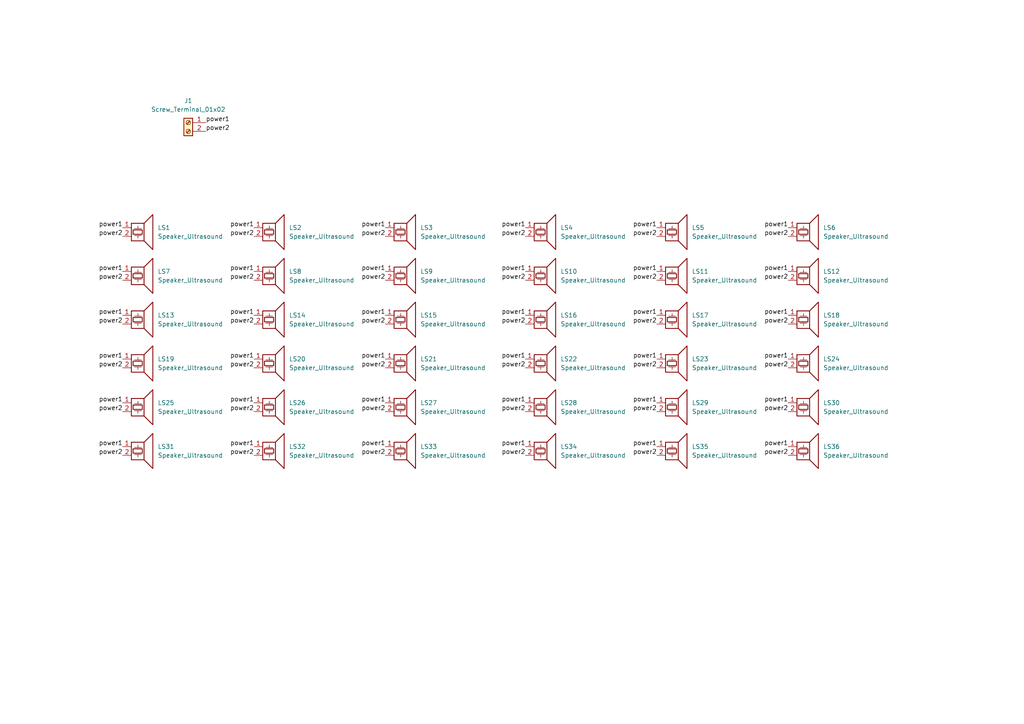
<source format=kicad_sch>
(kicad_sch (version 20230121) (generator eeschema)
  (paper "A4")
  (lib_symbols
    (symbol "Connector:Screw_Terminal_01x02" (pin_names (offset 1.016) hide)
      (property "Reference" "J" (at 0 2.54 0))
      (property "Value" "Screw_Terminal_01x02" (at 0 -5.08 0))
      (symbol "Screw_Terminal_01x02_1_1"
        (rectangle (start -1.27 1.27) (end 1.27 -3.81) (stroke (width 0.254)) (fill (type background)))
        (circle (center 0 -2.54) (radius 0.635) (stroke (width 0.1524)))
        (polyline (pts (xy -0.5334 -2.2098) (xy 0.3302 -3.048)) (stroke (width 0.1524)))
        (polyline (pts (xy -0.5334 0.3302) (xy 0.3302 -0.508)) (stroke (width 0.1524)))
        (polyline (pts (xy -0.3556 -2.032) (xy 0.508 -2.8702)) (stroke (width 0.1524)))
        (polyline (pts (xy -0.3556 0.508) (xy 0.508 -0.3302)) (stroke (width 0.1524)))
        (circle (center 0 0) (radius 0.635) (stroke (width 0.1524)))
        (pin passive line (at -5.08 0 0) (length 3.81) (name "Pin_1") (number "1"))
        (pin passive line (at -5.08 -2.54 0) (length 3.81) (name "Pin_2") (number "2"))
      )
    )
    (symbol "Device:Speaker_Ultrasound" (pin_names (offset 0) hide)
      (property "Reference" "LS" (at 0.635 5.715 0))
      (property "Value" "Speaker_Ultrasound" (at 0.635 3.81 0))
      (symbol "Speaker_Ultrasound_0_0"
        (rectangle (start -2.54 1.27) (end 1.143 -3.81) (stroke (width 0.254)))
        (rectangle (start -2.032 -0.635) (end 0.635 -1.905) (stroke (width 0.254)))
        (polyline (pts (xy -1.651 -2.286) (xy 0.381 -2.286)))
        (polyline (pts (xy -1.651 -0.254) (xy 0.381 -0.254)))
        (polyline (pts (xy -0.635 -2.286) (xy -0.635 -3.048)))
        (polyline (pts (xy -0.635 -0.254) (xy -0.635 0.508)))
        (polyline (pts (xy 1.143 1.27) (xy 3.683 3.81) (xy 3.683 -6.35) (xy 1.143 -3.81)) (stroke (width 0.254)))
      )
      (symbol "Speaker_Ultrasound_1_1"
        (pin input line (at -5.08 0 0) (length 2.54) (name "1") (number "1"))
        (pin input line (at -5.08 -2.54 0) (length 2.54) (name "2") (number "2"))
      )
    )
  )
  (label "power1" (at 190.5 91.44 180))
  (label "power2" (at 152.4 81.28 180))
  (label "power1" (at 111.76 66.04 180))
  (label "power2" (at 35.56 81.28 180))
  (label "power1" (at 111.76 104.14 180))
  (label "power1" (at 152.4 104.14 180))
  (label "power1" (at 35.56 91.44 180))
  (label "power2" (at 228.6 68.58 180))
  (label "power2" (at 152.4 68.58 180))
  (label "power2" (at 228.6 132.08 180))
  (label "power1" (at 73.66 78.74 180))
  (label "power1" (at 35.56 116.84 180))
  (label "power1" (at 152.4 91.44 180))
  (label "power1" (at 190.5 78.74 180))
  (label "power1" (at 228.6 104.14 180))
  (label "power2" (at 111.76 68.58 180))
  (label "power2" (at 35.56 119.38 180))
  (label "power1" (at 73.66 66.04 180))
  (label "power2" (at 190.5 132.08 180))
  (label "power1" (at 73.66 129.54 180))
  (label "power1" (at 111.76 116.84 180))
  (label "power1" (at 152.4 129.54 180))
  (label "power1" (at 228.6 129.54 180))
  (label "power2" (at 228.6 93.98 180))
  (label "power2" (at 190.5 68.58 180))
  (label "power2" (at 59.69 38.1 0))
  (label "power2" (at 73.66 119.38 180))
  (label "power1" (at 190.5 104.14 180))
  (label "power2" (at 73.66 106.68 180))
  (label "power2" (at 73.66 93.98 180))
  (label "power2" (at 35.56 106.68 180))
  (label "power1" (at 190.5 129.54 180))
  (label "power2" (at 73.66 132.08 180))
  (label "power1" (at 35.56 78.74 180))
  (label "power2" (at 190.5 119.38 180))
  (label "power1" (at 228.6 91.44 180))
  (label "power1" (at 73.66 116.84 180))
  (label "power1" (at 111.76 78.74 180))
  (label "power1" (at 228.6 116.84 180))
  (label "power2" (at 35.56 68.58 180))
  (label "power1" (at 111.76 129.54 180))
  (label "power1" (at 190.5 116.84 180))
  (label "power2" (at 73.66 81.28 180))
  (label "power1" (at 35.56 66.04 180))
  (label "power1" (at 152.4 66.04 180))
  (label "power2" (at 228.6 119.38 180))
  (label "power2" (at 111.76 93.98 180))
  (label "power2" (at 152.4 119.38 180))
  (label "power2" (at 35.56 132.08 180))
  (label "power2" (at 111.76 106.68 180))
  (label "power2" (at 152.4 132.08 180))
  (label "power2" (at 111.76 81.28 180))
  (label "power1" (at 35.56 129.54 180))
  (label "power1" (at 228.6 78.74 180))
  (label "power2" (at 35.56 93.98 180))
  (label "power1" (at 73.66 104.14 180))
  (label "power1" (at 59.69 35.56 0))
  (label "power2" (at 73.66 68.58 180))
  (label "power2" (at 111.76 119.38 180))
  (label "power2" (at 152.4 106.68 180))
  (label "power1" (at 190.5 66.04 180))
  (label "power2" (at 228.6 81.28 180))
  (label "power1" (at 35.56 104.14 180))
  (label "power1" (at 152.4 116.84 180))
  (label "power2" (at 111.76 132.08 180))
  (label "power1" (at 73.66 91.44 180))
  (label "power1" (at 152.4 78.74 180))
  (label "power1" (at 111.76 91.44 180))
  (label "power2" (at 190.5 93.98 180))
  (label "power2" (at 190.5 81.28 180))
  (label "power1" (at 228.6 66.04 180))
  (label "power2" (at 152.4 93.98 180))
  (label "power2" (at 228.6 106.68 180))
  (label "power2" (at 190.5 106.68 180))
  (symbol (lib_id "Device:Speaker_Ultrasound") (at 233.68 78.74 0) (unit 1)
    (property "Reference" "LS12" (at 238.76 78.7399 0) (effects (justify left)))
    (property "Value" "Speaker_Ultrasound" (at 238.76 81.2799 0) (effects (justify left)))
    (property "Footprint" "librarie:ultrasonic_D16mm_P10mm" (effects hide))
  )
  (symbol (lib_id "Device:Speaker_Ultrasound") (at 78.74 66.04 0) (unit 1)
    (property "Reference" "LS2" (at 83.82 66.0399 0) (effects (justify left)))
    (property "Value" "Speaker_Ultrasound" (at 83.82 68.5799 0) (effects (justify left)))
    (property "Footprint" "librarie:ultrasonic_D16mm_P10mm" (effects hide))
  )
  (symbol (lib_id "Device:Speaker_Ultrasound") (at 157.48 66.04 0) (unit 1)
    (property "Reference" "LS4" (at 162.56 66.0399 0) (effects (justify left)))
    (property "Value" "Speaker_Ultrasound" (at 162.56 68.5799 0) (effects (justify left)))
    (property "Footprint" "librarie:ultrasonic_D16mm_P10mm" (effects hide))
  )
  (symbol (lib_id "Device:Speaker_Ultrasound") (at 195.58 104.14 0) (unit 1)
    (property "Reference" "LS23" (at 200.66 104.1399 0) (effects (justify left)))
    (property "Value" "Speaker_Ultrasound" (at 200.66 106.6799 0) (effects (justify left)))
    (property "Footprint" "librarie:ultrasonic_D16mm_P10mm" (effects hide))
  )
  (symbol (lib_id "Device:Speaker_Ultrasound") (at 78.74 129.54 0) (unit 1)
    (property "Reference" "LS32" (at 83.82 129.5399 0) (effects (justify left)))
    (property "Value" "Speaker_Ultrasound" (at 83.82 132.0799 0) (effects (justify left)))
    (property "Footprint" "librarie:ultrasonic_D16mm_P10mm" (effects hide))
  )
  (symbol (lib_id "Device:Speaker_Ultrasound") (at 116.84 78.74 0) (unit 1)
    (property "Reference" "LS9" (at 121.92 78.7399 0) (effects (justify left)))
    (property "Value" "Speaker_Ultrasound" (at 121.92 81.2799 0) (effects (justify left)))
    (property "Footprint" "librarie:ultrasonic_D16mm_P10mm" (effects hide))
  )
  (symbol (lib_id "Device:Speaker_Ultrasound") (at 157.48 116.84 0) (unit 1)
    (property "Reference" "LS28" (at 162.56 116.8399 0) (effects (justify left)))
    (property "Value" "Speaker_Ultrasound" (at 162.56 119.3799 0) (effects (justify left)))
    (property "Footprint" "librarie:ultrasonic_D16mm_P10mm" (effects hide))
  )
  (symbol (lib_id "Device:Speaker_Ultrasound") (at 40.64 129.54 0) (unit 1)
    (property "Reference" "LS31" (at 45.72 129.5399 0) (effects (justify left)))
    (property "Value" "Speaker_Ultrasound" (at 45.72 132.0799 0) (effects (justify left)))
    (property "Footprint" "librarie:ultrasonic_D16mm_P10mm" (effects hide))
  )
  (symbol (lib_id "Device:Speaker_Ultrasound") (at 116.84 129.54 0) (unit 1)
    (property "Reference" "LS33" (at 121.92 129.5399 0) (effects (justify left)))
    (property "Value" "Speaker_Ultrasound" (at 121.92 132.0799 0) (effects (justify left)))
    (property "Footprint" "librarie:ultrasonic_D16mm_P10mm" (effects hide))
  )
  (symbol (lib_id "Device:Speaker_Ultrasound") (at 116.84 104.14 0) (unit 1)
    (property "Reference" "LS21" (at 121.92 104.1399 0) (effects (justify left)))
    (property "Value" "Speaker_Ultrasound" (at 121.92 106.6799 0) (effects (justify left)))
    (property "Footprint" "librarie:ultrasonic_D16mm_P10mm" (effects hide))
  )
  (symbol (lib_id "Device:Speaker_Ultrasound") (at 157.48 78.74 0) (unit 1)
    (property "Reference" "LS10" (at 162.56 78.7399 0) (effects (justify left)))
    (property "Value" "Speaker_Ultrasound" (at 162.56 81.2799 0) (effects (justify left)))
    (property "Footprint" "librarie:ultrasonic_D16mm_P10mm" (effects hide))
  )
  (symbol (lib_id "Device:Speaker_Ultrasound") (at 40.64 104.14 0) (unit 1)
    (property "Reference" "LS19" (at 45.72 104.1399 0) (effects (justify left)))
    (property "Value" "Speaker_Ultrasound" (at 45.72 106.6799 0) (effects (justify left)))
    (property "Footprint" "librarie:ultrasonic_D16mm_P10mm" (effects hide))
  )
  (symbol (lib_id "Device:Speaker_Ultrasound") (at 40.64 78.74 0) (unit 1)
    (property "Reference" "LS7" (at 45.72 78.7399 0) (effects (justify left)))
    (property "Value" "Speaker_Ultrasound" (at 45.72 81.2799 0) (effects (justify left)))
    (property "Footprint" "librarie:ultrasonic_D16mm_P10mm" (effects hide))
  )
  (symbol (lib_id "Device:Speaker_Ultrasound") (at 195.58 116.84 0) (unit 1)
    (property "Reference" "LS29" (at 200.66 116.8399 0) (effects (justify left)))
    (property "Value" "Speaker_Ultrasound" (at 200.66 119.3799 0) (effects (justify left)))
    (property "Footprint" "librarie:ultrasonic_D16mm_P10mm" (effects hide))
  )
  (symbol (lib_id "Device:Speaker_Ultrasound") (at 40.64 91.44 0) (unit 1)
    (property "Reference" "LS13" (at 45.72 91.4399 0) (effects (justify left)))
    (property "Value" "Speaker_Ultrasound" (at 45.72 93.9799 0) (effects (justify left)))
    (property "Footprint" "librarie:ultrasonic_D16mm_P10mm" (effects hide))
  )
  (symbol (lib_id "Device:Speaker_Ultrasound") (at 195.58 91.44 0) (unit 1)
    (property "Reference" "LS17" (at 200.66 91.4399 0) (effects (justify left)))
    (property "Value" "Speaker_Ultrasound" (at 200.66 93.9799 0) (effects (justify left)))
    (property "Footprint" "librarie:ultrasonic_D16mm_P10mm" (effects hide))
  )
  (symbol (lib_id "Device:Speaker_Ultrasound") (at 78.74 116.84 0) (unit 1)
    (property "Reference" "LS26" (at 83.82 116.8399 0) (effects (justify left)))
    (property "Value" "Speaker_Ultrasound" (at 83.82 119.3799 0) (effects (justify left)))
    (property "Footprint" "librarie:ultrasonic_D16mm_P10mm" (effects hide))
  )
  (symbol (lib_id "Device:Speaker_Ultrasound") (at 157.48 104.14 0) (unit 1)
    (property "Reference" "LS22" (at 162.56 104.1399 0) (effects (justify left)))
    (property "Value" "Speaker_Ultrasound" (at 162.56 106.6799 0) (effects (justify left)))
    (property "Footprint" "librarie:ultrasonic_D16mm_P10mm" (effects hide))
  )
  (symbol (lib_id "Device:Speaker_Ultrasound") (at 40.64 66.04 0) (unit 1)
    (property "Reference" "LS1" (at 45.72 66.0399 0) (effects (justify left)))
    (property "Value" "Speaker_Ultrasound" (at 45.72 68.5799 0) (effects (justify left)))
    (property "Footprint" "librarie:ultrasonic_D16mm_P10mm" (effects hide))
  )
  (symbol (lib_id "Device:Speaker_Ultrasound") (at 40.64 116.84 0) (unit 1)
    (property "Reference" "LS25" (at 45.72 116.8399 0) (effects (justify left)))
    (property "Value" "Speaker_Ultrasound" (at 45.72 119.3799 0) (effects (justify left)))
    (property "Footprint" "librarie:ultrasonic_D16mm_P10mm" (effects hide))
  )
  (symbol (lib_id "Device:Speaker_Ultrasound") (at 233.68 104.14 0) (unit 1)
    (property "Reference" "LS24" (at 238.76 104.1399 0) (effects (justify left)))
    (property "Value" "Speaker_Ultrasound" (at 238.76 106.6799 0) (effects (justify left)))
    (property "Footprint" "librarie:ultrasonic_D16mm_P10mm" (effects hide))
  )
  (symbol (lib_id "Device:Speaker_Ultrasound") (at 233.68 91.44 0) (unit 1)
    (property "Reference" "LS18" (at 238.76 91.4399 0) (effects (justify left)))
    (property "Value" "Speaker_Ultrasound" (at 238.76 93.9799 0) (effects (justify left)))
    (property "Footprint" "librarie:ultrasonic_D16mm_P10mm" (effects hide))
  )
  (symbol (lib_id "Device:Speaker_Ultrasound") (at 233.68 129.54 0) (unit 1)
    (property "Reference" "LS36" (at 238.76 129.5399 0) (effects (justify left)))
    (property "Value" "Speaker_Ultrasound" (at 238.76 132.0799 0) (effects (justify left)))
    (property "Footprint" "librarie:ultrasonic_D16mm_P10mm" (effects hide))
  )
  (symbol (lib_id "Device:Speaker_Ultrasound") (at 157.48 129.54 0) (unit 1)
    (property "Reference" "LS34" (at 162.56 129.5399 0) (effects (justify left)))
    (property "Value" "Speaker_Ultrasound" (at 162.56 132.0799 0) (effects (justify left)))
    (property "Footprint" "librarie:ultrasonic_D16mm_P10mm" (effects hide))
  )
  (symbol (lib_id "Device:Speaker_Ultrasound") (at 78.74 91.44 0) (unit 1)
    (property "Reference" "LS14" (at 83.82 91.4399 0) (effects (justify left)))
    (property "Value" "Speaker_Ultrasound" (at 83.82 93.9799 0) (effects (justify left)))
    (property "Footprint" "librarie:ultrasonic_D16mm_P10mm" (effects hide))
  )
  (symbol (lib_id "Device:Speaker_Ultrasound") (at 233.68 116.84 0) (unit 1)
    (property "Reference" "LS30" (at 238.76 116.8399 0) (effects (justify left)))
    (property "Value" "Speaker_Ultrasound" (at 238.76 119.3799 0) (effects (justify left)))
    (property "Footprint" "librarie:ultrasonic_D16mm_P10mm" (effects hide))
  )
  (symbol (lib_id "Device:Speaker_Ultrasound") (at 157.48 91.44 0) (unit 1)
    (property "Reference" "LS16" (at 162.56 91.4399 0) (effects (justify left)))
    (property "Value" "Speaker_Ultrasound" (at 162.56 93.9799 0) (effects (justify left)))
    (property "Footprint" "librarie:ultrasonic_D16mm_P10mm" (effects hide))
  )
  (symbol (lib_id "Device:Speaker_Ultrasound") (at 78.74 78.74 0) (unit 1)
    (property "Reference" "LS8" (at 83.82 78.7399 0) (effects (justify left)))
    (property "Value" "Speaker_Ultrasound" (at 83.82 81.2799 0) (effects (justify left)))
    (property "Footprint" "librarie:ultrasonic_D16mm_P10mm" (effects hide))
  )
  (symbol (lib_id "Device:Speaker_Ultrasound") (at 116.84 116.84 0) (unit 1)
    (property "Reference" "LS27" (at 121.92 116.8399 0) (effects (justify left)))
    (property "Value" "Speaker_Ultrasound" (at 121.92 119.3799 0) (effects (justify left)))
    (property "Footprint" "librarie:ultrasonic_D16mm_P10mm" (effects hide))
  )
  (symbol (lib_id "Connector:Screw_Terminal_01x02") (at 54.61 35.56 0) (mirror y) (unit 1)
    (property "Reference" "J1" (at 54.61 29.21 0))
    (property "Value" "Screw_Terminal_01x02" (at 54.61 31.75 0))
    (property "Footprint" "librarie:TerminalBlock_Phoenix_MKDS-1,5-2_1x02_P5.00mm_Horizontal" (effects hide))
  )
  (symbol (lib_id "Device:Speaker_Ultrasound") (at 195.58 66.04 0) (unit 1)
    (property "Reference" "LS5" (at 200.66 66.0399 0) (effects (justify left)))
    (property "Value" "Speaker_Ultrasound" (at 200.66 68.5799 0) (effects (justify left)))
    (property "Footprint" "librarie:ultrasonic_D16mm_P10mm" (effects hide))
  )
  (symbol (lib_id "Device:Speaker_Ultrasound") (at 195.58 129.54 0) (unit 1)
    (property "Reference" "LS35" (at 200.66 129.5399 0) (effects (justify left)))
    (property "Value" "Speaker_Ultrasound" (at 200.66 132.0799 0) (effects (justify left)))
    (property "Footprint" "librarie:ultrasonic_D16mm_P10mm" (effects hide))
  )
  (symbol (lib_id "Device:Speaker_Ultrasound") (at 116.84 91.44 0) (unit 1)
    (property "Reference" "LS15" (at 121.92 91.4399 0) (effects (justify left)))
    (property "Value" "Speaker_Ultrasound" (at 121.92 93.9799 0) (effects (justify left)))
    (property "Footprint" "librarie:ultrasonic_D16mm_P10mm" (effects hide))
  )
  (symbol (lib_id "Device:Speaker_Ultrasound") (at 195.58 78.74 0) (unit 1)
    (property "Reference" "LS11" (at 200.66 78.7399 0) (effects (justify left)))
    (property "Value" "Speaker_Ultrasound" (at 200.66 81.2799 0) (effects (justify left)))
    (property "Footprint" "librarie:ultrasonic_D16mm_P10mm" (effects hide))
  )
  (symbol (lib_id "Device:Speaker_Ultrasound") (at 116.84 66.04 0) (unit 1)
    (property "Reference" "LS3" (at 121.92 66.0399 0) (effects (justify left)))
    (property "Value" "Speaker_Ultrasound" (at 121.92 68.5799 0) (effects (justify left)))
    (property "Footprint" "librarie:ultrasonic_D16mm_P10mm" (effects hide))
  )
  (symbol (lib_id "Device:Speaker_Ultrasound") (at 233.68 66.04 0) (unit 1)
    (property "Reference" "LS6" (at 238.76 66.0399 0) (effects (justify left)))
    (property "Value" "Speaker_Ultrasound" (at 238.76 68.5799 0) (effects (justify left)))
    (property "Footprint" "librarie:ultrasonic_D16mm_P10mm" (effects hide))
  )
  (symbol (lib_id "Device:Speaker_Ultrasound") (at 78.74 104.14 0) (unit 1)
    (property "Reference" "LS20" (at 83.82 104.1399 0) (effects (justify left)))
    (property "Value" "Speaker_Ultrasound" (at 83.82 106.6799 0) (effects (justify left)))
    (property "Footprint" "librarie:ultrasonic_D16mm_P10mm" (effects hide))
  )
)
</source>
